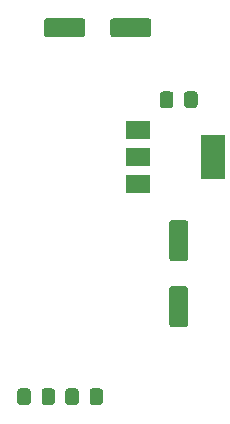
<source format=gbr>
%TF.GenerationSoftware,KiCad,Pcbnew,(5.1.12)-1*%
%TF.CreationDate,2022-03-07T22:28:18-06:00*%
%TF.ProjectId,Power_Board,506f7765-725f-4426-9f61-72642e6b6963,rev?*%
%TF.SameCoordinates,Original*%
%TF.FileFunction,Paste,Top*%
%TF.FilePolarity,Positive*%
%FSLAX46Y46*%
G04 Gerber Fmt 4.6, Leading zero omitted, Abs format (unit mm)*
G04 Created by KiCad (PCBNEW (5.1.12)-1) date 2022-03-07 22:28:18*
%MOMM*%
%LPD*%
G01*
G04 APERTURE LIST*
%ADD10R,2.000000X3.800000*%
%ADD11R,2.000000X1.500000*%
G04 APERTURE END LIST*
%TO.C,C10*%
G36*
G01*
X178493000Y-81337999D02*
X178493000Y-82238001D01*
G75*
G02*
X178243001Y-82488000I-249999J0D01*
G01*
X177592999Y-82488000D01*
G75*
G02*
X177343000Y-82238001I0J249999D01*
G01*
X177343000Y-81337999D01*
G75*
G02*
X177592999Y-81088000I249999J0D01*
G01*
X178243001Y-81088000D01*
G75*
G02*
X178493000Y-81337999I0J-249999D01*
G01*
G37*
G36*
G01*
X180543000Y-81337999D02*
X180543000Y-82238001D01*
G75*
G02*
X180293001Y-82488000I-249999J0D01*
G01*
X179642999Y-82488000D01*
G75*
G02*
X179393000Y-82238001I0J249999D01*
G01*
X179393000Y-81337999D01*
G75*
G02*
X179642999Y-81088000I249999J0D01*
G01*
X180293001Y-81088000D01*
G75*
G02*
X180543000Y-81337999I0J-249999D01*
G01*
G37*
%TD*%
D10*
%TO.C,U4*%
X181839000Y-86614000D03*
D11*
X175539000Y-86614000D03*
X175539000Y-88914000D03*
X175539000Y-84314000D03*
%TD*%
%TO.C,C9*%
G36*
G01*
X178393000Y-97570000D02*
X179493000Y-97570000D01*
G75*
G02*
X179743000Y-97820000I0J-250000D01*
G01*
X179743000Y-100820000D01*
G75*
G02*
X179493000Y-101070000I-250000J0D01*
G01*
X178393000Y-101070000D01*
G75*
G02*
X178143000Y-100820000I0J250000D01*
G01*
X178143000Y-97820000D01*
G75*
G02*
X178393000Y-97570000I250000J0D01*
G01*
G37*
G36*
G01*
X178393000Y-91970000D02*
X179493000Y-91970000D01*
G75*
G02*
X179743000Y-92220000I0J-250000D01*
G01*
X179743000Y-95220000D01*
G75*
G02*
X179493000Y-95470000I-250000J0D01*
G01*
X178393000Y-95470000D01*
G75*
G02*
X178143000Y-95220000I0J250000D01*
G01*
X178143000Y-92220000D01*
G75*
G02*
X178393000Y-91970000I250000J0D01*
G01*
G37*
%TD*%
%TO.C,D7*%
G36*
G01*
X170492000Y-106483999D02*
X170492000Y-107384001D01*
G75*
G02*
X170242001Y-107634000I-249999J0D01*
G01*
X169591999Y-107634000D01*
G75*
G02*
X169342000Y-107384001I0J249999D01*
G01*
X169342000Y-106483999D01*
G75*
G02*
X169591999Y-106234000I249999J0D01*
G01*
X170242001Y-106234000D01*
G75*
G02*
X170492000Y-106483999I0J-249999D01*
G01*
G37*
G36*
G01*
X172542000Y-106483999D02*
X172542000Y-107384001D01*
G75*
G02*
X172292001Y-107634000I-249999J0D01*
G01*
X171641999Y-107634000D01*
G75*
G02*
X171392000Y-107384001I0J249999D01*
G01*
X171392000Y-106483999D01*
G75*
G02*
X171641999Y-106234000I249999J0D01*
G01*
X172292001Y-106234000D01*
G75*
G02*
X172542000Y-106483999I0J-249999D01*
G01*
G37*
%TD*%
%TO.C,R39*%
G36*
G01*
X166428000Y-106483999D02*
X166428000Y-107384001D01*
G75*
G02*
X166178001Y-107634000I-249999J0D01*
G01*
X165527999Y-107634000D01*
G75*
G02*
X165278000Y-107384001I0J249999D01*
G01*
X165278000Y-106483999D01*
G75*
G02*
X165527999Y-106234000I249999J0D01*
G01*
X166178001Y-106234000D01*
G75*
G02*
X166428000Y-106483999I0J-249999D01*
G01*
G37*
G36*
G01*
X168478000Y-106483999D02*
X168478000Y-107384001D01*
G75*
G02*
X168228001Y-107634000I-249999J0D01*
G01*
X167577999Y-107634000D01*
G75*
G02*
X167328000Y-107384001I0J249999D01*
G01*
X167328000Y-106483999D01*
G75*
G02*
X167577999Y-106234000I249999J0D01*
G01*
X168228001Y-106234000D01*
G75*
G02*
X168478000Y-106483999I0J-249999D01*
G01*
G37*
%TD*%
%TO.C,C8*%
G36*
G01*
X167535000Y-76242000D02*
X167535000Y-75142000D01*
G75*
G02*
X167785000Y-74892000I250000J0D01*
G01*
X170785000Y-74892000D01*
G75*
G02*
X171035000Y-75142000I0J-250000D01*
G01*
X171035000Y-76242000D01*
G75*
G02*
X170785000Y-76492000I-250000J0D01*
G01*
X167785000Y-76492000D01*
G75*
G02*
X167535000Y-76242000I0J250000D01*
G01*
G37*
G36*
G01*
X173135000Y-76242000D02*
X173135000Y-75142000D01*
G75*
G02*
X173385000Y-74892000I250000J0D01*
G01*
X176385000Y-74892000D01*
G75*
G02*
X176635000Y-75142000I0J-250000D01*
G01*
X176635000Y-76242000D01*
G75*
G02*
X176385000Y-76492000I-250000J0D01*
G01*
X173385000Y-76492000D01*
G75*
G02*
X173135000Y-76242000I0J250000D01*
G01*
G37*
%TD*%
M02*

</source>
